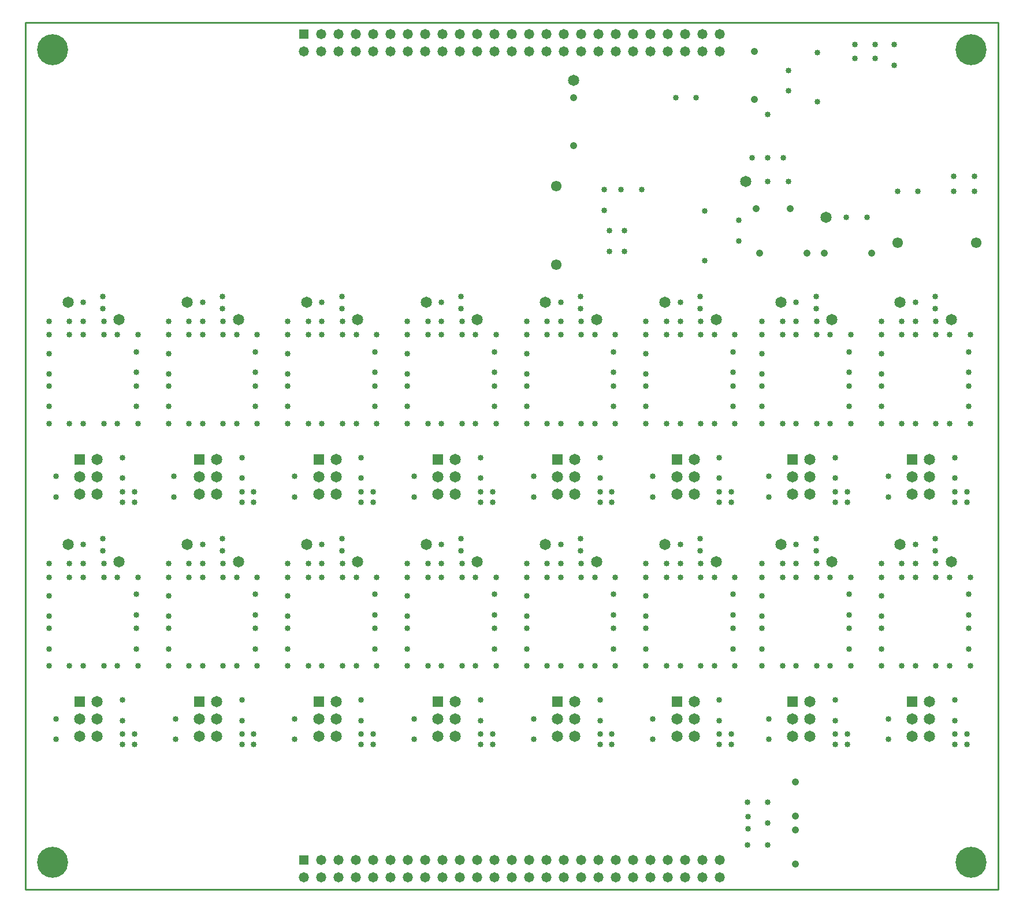
<source format=gbr>
*
*
G04 PADS Layout (Build Number 2005.266.2) generated Gerber (RS-274-X) file*
G04 PC Version=2.1*
*
%IN "module_AtoD2016_1031.pc"*%
*
%MOMM*%
*
%FSLAX35Y35*%
*
*
*
*
G04 PC Standard Apertures*
*
*
G04 Thermal Relief Aperture macro.*
%AMTER*
1,1,$1,0,0*
1,0,$1-$2,0,0*
21,0,$3,$4,0,0,45*
21,0,$3,$4,0,0,135*
%
*
*
G04 Annular Aperture macro.*
%AMANN*
1,1,$1,0,0*
1,0,$2,0,0*
%
*
*
G04 Odd Aperture macro.*
%AMODD*
1,1,$1,0,0*
1,0,$1-0.005,0,0*
%
*
*
G04 PC Custom Aperture Macros*
*
*
*
*
*
*
G04 PC Aperture Table*
*
%ADD058C,0.254*%
%ADD079R,1.65X1.65*%
%ADD083C,1.55*%
%ADD084R,1.4724X1.4724*%
%ADD085C,1.4724*%
%ADD089C,1.65*%
%ADD115C,0.85*%
%ADD116C,1.05*%
%ADD119C,4.55*%
*
*
*
*
G04 PC Custom Flashes*
G04 Layer Name module_AtoD2016_1031.pc - flashes*
%LPD*%
*
*
G04 PC Circuitry*
G04 Layer Name module_AtoD2016_1031.pc - circuitry*
%LPD*%
*
G54D58*
G01X25400000Y12700000D02*
Y25400000D01*
X39660000*
Y12700000*
X25400000*
G54D79*
X31450000Y19000000D03*
X33200000Y15450000D03*
Y19000000D03*
X34950000Y15450000D03*
Y19000000D03*
X36650000Y15450000D03*
Y19000000D03*
X38400000Y15450000D03*
Y19000000D03*
X26200000Y15450000D03*
Y19000000D03*
X27950000Y15450000D03*
Y19000000D03*
X29700000Y15450000D03*
Y19000000D03*
X31450000Y15450000D03*
G54D83*
X38185000Y22175000D03*
X39335000D03*
X33185000Y21850000D03*
Y23000000D03*
X38185000Y22175000D03*
X39335000D03*
X33185000Y21850000D03*
Y23000000D03*
G54D84*
X29482000Y13127000D03*
Y25227000D03*
G54D85*
Y12873000D03*
X29736000Y13127000D03*
Y12873000D03*
X29990000Y13127000D03*
Y12873000D03*
X30244000Y13127000D03*
Y12873000D03*
X30498000Y13127000D03*
Y12873000D03*
X30752000Y13127000D03*
Y12873000D03*
X31006000Y13127000D03*
Y12873000D03*
X31260000Y13127000D03*
Y12873000D03*
X31514000Y13127000D03*
Y12873000D03*
X31768000Y13127000D03*
Y12873000D03*
X32022000Y13127000D03*
Y12873000D03*
X32276000Y13127000D03*
Y12873000D03*
X32530000Y13127000D03*
Y12873000D03*
X32784000Y13127000D03*
Y12873000D03*
X33038000Y13127000D03*
Y12873000D03*
X33292000Y13127000D03*
Y12873000D03*
X33546000Y13127000D03*
Y12873000D03*
X33800000Y13127000D03*
Y12873000D03*
X34054000Y13127000D03*
Y12873000D03*
X34308000Y13127000D03*
Y12873000D03*
X34562000Y13127000D03*
Y12873000D03*
X34816000Y13127000D03*
Y12873000D03*
X35070000Y13127000D03*
Y12873000D03*
X35324000Y13127000D03*
Y12873000D03*
X35578000Y13127000D03*
Y12873000D03*
X29482000Y24973000D03*
X29736000Y25227000D03*
Y24973000D03*
X29990000Y25227000D03*
Y24973000D03*
X30244000Y25227000D03*
Y24973000D03*
X30498000Y25227000D03*
Y24973000D03*
X30752000Y25227000D03*
Y24973000D03*
X31006000Y25227000D03*
Y24973000D03*
X31260000Y25227000D03*
Y24973000D03*
X31514000Y25227000D03*
Y24973000D03*
X31768000Y25227000D03*
Y24973000D03*
X32022000Y25227000D03*
Y24973000D03*
X32276000Y25227000D03*
Y24973000D03*
X32530000Y25227000D03*
Y24973000D03*
X32784000Y25227000D03*
Y24973000D03*
X33038000Y25227000D03*
Y24973000D03*
X33292000Y25227000D03*
Y24973000D03*
X33546000Y25227000D03*
Y24973000D03*
X33800000Y25227000D03*
Y24973000D03*
X34054000Y25227000D03*
Y24973000D03*
X34308000Y25227000D03*
Y24973000D03*
X34562000Y25227000D03*
Y24973000D03*
X34816000Y25227000D03*
Y24973000D03*
X35070000Y25227000D03*
Y24973000D03*
X35324000Y25227000D03*
Y24973000D03*
X35578000Y25227000D03*
Y24973000D03*
G54D89*
X26025000Y17750000D03*
X30275000Y17500000D03*
X29525000Y21300000D03*
X30275000Y21050000D03*
X31275000Y17750000D03*
X32025000Y17500000D03*
X31275000Y21300000D03*
X32025000Y21050000D03*
X33025000Y17750000D03*
X33775000Y17500000D03*
X33025000Y21300000D03*
X26775000Y17500000D03*
X33775000Y21050000D03*
X34775000Y17750000D03*
X35525000Y17500000D03*
X34775000Y21300000D03*
X35525000Y21050000D03*
X36475000Y17750000D03*
X37225000Y17500000D03*
X36475000Y21300000D03*
X37225000Y21050000D03*
X38225000Y17750000D03*
X26025000Y21300000D03*
X38975000Y17500000D03*
X38225000Y21300000D03*
X38975000Y21050000D03*
X37135000Y22550000D03*
X35960000Y23075000D03*
X33435000Y24550000D03*
X26775000Y21050000D03*
X27775000Y17750000D03*
X28525000Y17500000D03*
X27775000Y21300000D03*
X28525000Y21050000D03*
X29525000Y17750000D03*
X31704000Y19000000D03*
X31450000Y18746000D03*
X31704000D03*
X31450000Y18492000D03*
X31704000D03*
X33454000Y15450000D03*
X33200000Y15196000D03*
X33454000D03*
X33200000Y14942000D03*
X33454000D03*
Y19000000D03*
X33200000Y18746000D03*
X33454000D03*
X33200000Y18492000D03*
X33454000D03*
X35204000Y15450000D03*
X34950000Y15196000D03*
X35204000D03*
X34950000Y14942000D03*
X35204000D03*
Y19000000D03*
X34950000Y18746000D03*
X35204000D03*
X34950000Y18492000D03*
X35204000D03*
X36904000Y15450000D03*
X36650000Y15196000D03*
X36904000D03*
X36650000Y14942000D03*
X36904000D03*
Y19000000D03*
X36650000Y18746000D03*
X36904000D03*
X36650000Y18492000D03*
X36904000D03*
X38654000Y15450000D03*
X38400000Y15196000D03*
X38654000D03*
X38400000Y14942000D03*
X38654000D03*
Y19000000D03*
X38400000Y18746000D03*
X38654000D03*
X38400000Y18492000D03*
X38654000D03*
X26454000Y15450000D03*
X26200000Y15196000D03*
X26454000D03*
X26200000Y14942000D03*
X26454000D03*
Y19000000D03*
X26200000Y18746000D03*
X26454000D03*
X26200000Y18492000D03*
X26454000D03*
X28204000Y15450000D03*
X27950000Y15196000D03*
X28204000D03*
X27950000Y14942000D03*
X28204000D03*
Y19000000D03*
X27950000Y18746000D03*
X28204000D03*
X27950000Y18492000D03*
X28204000D03*
X29954000Y15450000D03*
X29700000Y15196000D03*
X29954000D03*
X29700000Y14942000D03*
X29954000D03*
Y19000000D03*
X29700000Y18746000D03*
X29954000D03*
X29700000Y18492000D03*
X29954000D03*
X31704000Y15450000D03*
X31450000Y15196000D03*
X31704000D03*
X31450000Y14942000D03*
X31704000D03*
G54D115*
X35985000Y13975000D03*
X36285000D03*
X25750000Y19525000D03*
X26050000D03*
X26550000Y20825000D03*
X26250000D03*
Y21025000D03*
X26550000D03*
X27500000Y17000000D03*
Y16700000D03*
Y15975000D03*
X27800000D03*
X28000000Y17475000D03*
X28300000D03*
Y15975000D03*
X28000000D03*
X28300000Y17275000D03*
X28000000D03*
X27500000Y20550000D03*
Y20250000D03*
X28300000Y19525000D03*
X28000000D03*
X35985000Y13350000D03*
X36285000D03*
X28300000Y20825000D03*
X28000000D03*
X27500000Y19525000D03*
X27800000D03*
X28000000Y21025000D03*
X28300000D03*
X29250000Y17000000D03*
Y16700000D03*
X30050000Y15975000D03*
X29750000D03*
X30050000Y17275000D03*
X29750000D03*
X29250000Y15975000D03*
X29550000D03*
X29750000Y17475000D03*
X30050000D03*
X29250000Y20550000D03*
Y20250000D03*
X30050000Y19525000D03*
X29750000D03*
X25750000Y17000000D03*
Y16700000D03*
X30050000Y20825000D03*
X29750000D03*
X29250000Y19525000D03*
X29550000D03*
X29750000Y21025000D03*
X30050000D03*
X31000000Y17000000D03*
Y16700000D03*
X31800000Y15975000D03*
X31500000D03*
X31800000Y17275000D03*
X31500000D03*
X31000000Y15975000D03*
X31300000D03*
X31500000Y17475000D03*
X31800000D03*
X31000000Y20550000D03*
Y20250000D03*
X31800000Y19525000D03*
X31500000D03*
X26550000Y17275000D03*
X26250000D03*
X31800000Y20825000D03*
X31500000D03*
X31000000Y19525000D03*
X31300000D03*
X31500000Y21025000D03*
X31800000D03*
X32750000Y17000000D03*
Y16700000D03*
X33550000Y15975000D03*
X33250000D03*
X33550000Y17275000D03*
X33250000D03*
X32750000Y15975000D03*
X33050000D03*
X33250000Y17475000D03*
X33550000D03*
X32750000Y20550000D03*
Y20250000D03*
X33550000Y20825000D03*
X33250000D03*
X26550000Y15975000D03*
X26250000D03*
X33550000Y19525000D03*
X33250000D03*
X32750000D03*
X33050000D03*
X33250000Y21025000D03*
X33550000D03*
X34500000Y17000000D03*
Y16700000D03*
X35300000Y15975000D03*
X35000000D03*
X35300000Y17275000D03*
X35000000D03*
X34500000Y15975000D03*
X34800000D03*
X35000000Y17475000D03*
X35300000D03*
X34500000Y20550000D03*
Y20250000D03*
X35300000Y19525000D03*
X35000000D03*
X25750000Y15975000D03*
X26050000D03*
X35300000Y20825000D03*
X35000000D03*
X34500000Y19525000D03*
X34800000D03*
X35000000Y21025000D03*
X35300000D03*
X36200000Y17000000D03*
Y16700000D03*
X37000000Y15975000D03*
X36700000D03*
X37000000Y17275000D03*
X36700000D03*
X36200000Y15975000D03*
X36500000D03*
X36700000Y17475000D03*
X37000000D03*
X36200000Y20550000D03*
Y20250000D03*
X37000000Y19525000D03*
X36700000D03*
X26250000Y17475000D03*
X26550000D03*
X37000000Y20825000D03*
X36700000D03*
X36200000Y19525000D03*
X36500000D03*
X36700000Y21025000D03*
X37000000D03*
X37950000Y17000000D03*
Y16700000D03*
X38750000Y15975000D03*
X38450000D03*
X38750000Y17275000D03*
X38450000D03*
X37950000Y15975000D03*
X38250000D03*
X38450000Y17475000D03*
X38750000D03*
X37950000Y20550000D03*
Y20250000D03*
X38750000Y19525000D03*
X38450000D03*
X25750000Y20550000D03*
Y20250000D03*
X38750000Y20825000D03*
X38450000D03*
X37950000Y19525000D03*
X38250000D03*
X38450000Y21025000D03*
X38750000D03*
X39010000Y23150000D03*
X39310000D03*
X36285000Y23075000D03*
X36585000D03*
X38185000Y22925000D03*
X38485000D03*
X37435000Y22550000D03*
X37735000D03*
X36585000Y24700000D03*
Y24400000D03*
X38135000Y24775000D03*
Y25075000D03*
X33885000Y22650000D03*
Y22950000D03*
X26550000Y19525000D03*
X26250000D03*
X35235000Y24300000D03*
X34935000D03*
X35860000Y22200000D03*
Y22500000D03*
X34435000Y22950000D03*
X34135000D03*
X26825000Y14975000D03*
Y14825000D03*
X28575000Y18525000D03*
Y18375000D03*
X28750000Y18525000D03*
Y18375000D03*
X28289700Y21211100D03*
Y21388900D03*
X28000000Y21300000D03*
X30325000Y14975000D03*
Y14825000D03*
X30500000Y14975000D03*
Y14825000D03*
X30039700Y17661100D03*
Y17838900D03*
X29750000Y17750000D03*
X30325000Y18525000D03*
Y18375000D03*
X30039700Y21211100D03*
Y21388900D03*
X29750000Y21300000D03*
X30500000Y18525000D03*
Y18375000D03*
X32075000Y14975000D03*
Y14825000D03*
X27000000Y14975000D03*
Y14825000D03*
X31789700Y17661100D03*
Y17838900D03*
X31500000Y17750000D03*
X32250000Y14975000D03*
Y14825000D03*
X32075000Y18525000D03*
Y18375000D03*
X31789700Y21211100D03*
Y21388900D03*
X31500000Y21300000D03*
X32250000Y18525000D03*
Y18375000D03*
X33825000Y14975000D03*
Y14825000D03*
X33539700Y17661100D03*
Y17838900D03*
X33250000Y17750000D03*
X34000000Y14975000D03*
Y14825000D03*
X33825000Y18525000D03*
Y18375000D03*
X33539700Y21211100D03*
Y21388900D03*
X33250000Y21300000D03*
X26539700Y17661100D03*
Y17838900D03*
X26250000Y17750000D03*
X34000000Y18525000D03*
Y18375000D03*
X35575000Y14975000D03*
Y14825000D03*
X35289700Y17661100D03*
Y17838900D03*
X35000000Y17750000D03*
X35750000Y14975000D03*
Y14825000D03*
X35575000Y18525000D03*
Y18375000D03*
X35289700Y21211100D03*
Y21388900D03*
X35000000Y21300000D03*
X35750000Y18525000D03*
Y18375000D03*
X37275000Y14975000D03*
Y14825000D03*
X36989700Y17661100D03*
Y17838900D03*
X36700000Y17750000D03*
X37450000Y14975000D03*
Y14825000D03*
X26825000Y18525000D03*
Y18375000D03*
X37275000Y18525000D03*
Y18375000D03*
X36989700Y21211100D03*
Y21388900D03*
X36700000Y21300000D03*
X37450000Y18525000D03*
Y18375000D03*
X39025000Y14975000D03*
Y14825000D03*
X38739700Y17661100D03*
Y17838900D03*
X38450000Y17750000D03*
X39200000Y14975000D03*
Y14825000D03*
X39025000Y18525000D03*
Y18375000D03*
X38739700Y21211100D03*
Y21388900D03*
X38450000Y21300000D03*
X39200000Y18525000D03*
Y18375000D03*
X27000000Y18525000D03*
Y18375000D03*
X26539700Y21211100D03*
Y21388900D03*
X26250000Y21300000D03*
X28575000Y14975000D03*
Y14825000D03*
X28750000Y14975000D03*
Y14825000D03*
X28289700Y17661100D03*
Y17838900D03*
X28000000Y17750000D03*
X27025000Y16225000D03*
Y16525000D03*
Y19775000D03*
Y20075000D03*
X35775000Y19775000D03*
Y20075000D03*
Y20575000D03*
Y20275000D03*
X35575000Y18725000D03*
Y19025000D03*
X34800000Y21025000D03*
X34500000D03*
Y20075000D03*
Y19775000D03*
X34600000Y18750000D03*
Y18450000D03*
X34500000Y20825000D03*
X34800000D03*
X35500000Y19525000D03*
X35800000D03*
Y20825000D03*
X35500000D03*
X37475000Y16225000D03*
Y16525000D03*
X27025000Y20575000D03*
Y20275000D03*
X37475000Y17025000D03*
Y16725000D03*
X37275000Y15175000D03*
Y15475000D03*
X36500000Y17475000D03*
X36200000D03*
Y16525000D03*
Y16225000D03*
X36300000Y15200000D03*
Y14900000D03*
X36200000Y17275000D03*
X36500000D03*
X37200000Y15975000D03*
X37500000D03*
Y17275000D03*
X37200000D03*
X37475000Y19775000D03*
Y20075000D03*
Y20575000D03*
Y20275000D03*
X26825000Y18725000D03*
Y19025000D03*
X37275000Y18725000D03*
Y19025000D03*
X36500000Y21025000D03*
X36200000D03*
Y20075000D03*
Y19775000D03*
X36300000Y18750000D03*
Y18450000D03*
X36200000Y20825000D03*
X36500000D03*
X37200000Y19525000D03*
X37500000D03*
Y20825000D03*
X37200000D03*
X39225000Y16225000D03*
Y16525000D03*
Y17025000D03*
Y16725000D03*
X39025000Y15175000D03*
Y15475000D03*
X26050000Y21025000D03*
X25750000D03*
X38250000Y17475000D03*
X37950000D03*
Y16525000D03*
Y16225000D03*
X38050000Y15200000D03*
Y14900000D03*
X37950000Y17275000D03*
X38250000D03*
X38950000Y15975000D03*
X39250000D03*
Y17275000D03*
X38950000D03*
X39225000Y19775000D03*
Y20075000D03*
Y20575000D03*
Y20275000D03*
X39025000Y18725000D03*
Y19025000D03*
X38250000Y21025000D03*
X37950000D03*
X25750000Y20075000D03*
Y19775000D03*
X37950000Y20075000D03*
Y19775000D03*
Y20825000D03*
X38250000D03*
X38050000Y18750000D03*
Y18450000D03*
X38950000Y19525000D03*
X39250000D03*
Y20825000D03*
X38950000D03*
X37010000Y24237500D03*
Y24962500D03*
X39310000Y22925000D03*
X39010000D03*
X37560000Y24875000D03*
X37860000D03*
X37560000Y25075000D03*
X37860000D03*
X35360000Y22637500D03*
Y21912500D03*
X25750000Y20825000D03*
X26050000D03*
X34185000Y22050000D03*
Y22350000D03*
X33960000Y22050000D03*
Y22350000D03*
X25850000Y18750000D03*
Y18450000D03*
X26750000Y19525000D03*
X27050000D03*
Y20825000D03*
X26750000D03*
X28775000Y16225000D03*
Y16525000D03*
X27025000Y17025000D03*
Y16725000D03*
X28775000Y17025000D03*
Y16725000D03*
X28575000Y15175000D03*
Y15475000D03*
X27800000Y17475000D03*
X27500000D03*
Y16525000D03*
Y16225000D03*
X27600000Y15200000D03*
Y14900000D03*
X27500000Y17275000D03*
X27800000D03*
X28500000Y15975000D03*
X28800000D03*
Y17275000D03*
X28500000D03*
X28775000Y19775000D03*
Y20075000D03*
Y20575000D03*
Y20275000D03*
X26825000Y15175000D03*
Y15475000D03*
X28575000Y18725000D03*
Y19025000D03*
X27800000Y21025000D03*
X27500000D03*
Y20075000D03*
Y19775000D03*
X27575000Y18750000D03*
Y18450000D03*
X27500000Y20825000D03*
X27800000D03*
X28500000Y19525000D03*
X28800000D03*
Y20825000D03*
X28500000D03*
X30525000Y16225000D03*
Y16525000D03*
Y17025000D03*
Y16725000D03*
X30325000Y15175000D03*
Y15475000D03*
X25850000Y15200000D03*
Y14900000D03*
X29550000Y17475000D03*
X29250000D03*
Y16525000D03*
Y16225000D03*
X29350000Y15200000D03*
Y14900000D03*
X29250000Y17275000D03*
X29550000D03*
X30250000Y15975000D03*
X30550000D03*
Y17275000D03*
X30250000D03*
X30525000Y19775000D03*
Y20075000D03*
Y20575000D03*
Y20275000D03*
X30325000Y18725000D03*
Y19025000D03*
X29550000Y21025000D03*
X29250000D03*
X26050000Y17475000D03*
X25750000D03*
X29250000Y20075000D03*
Y19775000D03*
X29350000Y18750000D03*
Y18450000D03*
X29250000Y20825000D03*
X29550000D03*
X30250000Y19525000D03*
X30550000D03*
Y20825000D03*
X30250000D03*
X32275000Y16225000D03*
Y16525000D03*
Y17025000D03*
Y16725000D03*
X32075000Y15175000D03*
Y15475000D03*
X31000000Y16525000D03*
Y16225000D03*
X31100000Y15200000D03*
Y14900000D03*
X25750000Y16525000D03*
Y16225000D03*
X31000000Y17275000D03*
X31300000D03*
Y17475000D03*
X31000000D03*
X32000000Y15975000D03*
X32300000D03*
Y17275000D03*
X32000000D03*
X32275000Y19775000D03*
Y20075000D03*
Y20575000D03*
Y20275000D03*
X32075000Y18725000D03*
Y19025000D03*
X31300000Y21025000D03*
X31000000D03*
Y20075000D03*
Y19775000D03*
X31100000Y18750000D03*
Y18450000D03*
X25750000Y17275000D03*
X26050000D03*
X31000000Y20825000D03*
X31300000D03*
X32000000Y19525000D03*
X32300000D03*
Y20825000D03*
X32000000D03*
X34025000Y16225000D03*
Y16525000D03*
Y17025000D03*
Y16725000D03*
X33825000Y15175000D03*
Y15475000D03*
X33050000Y17475000D03*
X32750000D03*
Y16525000D03*
Y16225000D03*
X32850000Y15200000D03*
Y14900000D03*
X32750000Y17275000D03*
X33050000D03*
X26750000Y15975000D03*
X27050000D03*
X33750000D03*
X34050000D03*
Y17275000D03*
X33750000D03*
X34025000Y19775000D03*
Y20075000D03*
Y20575000D03*
Y20275000D03*
X33825000Y18725000D03*
Y19025000D03*
X32750000Y20075000D03*
Y19775000D03*
X32850000Y18750000D03*
Y18450000D03*
X33050000Y21025000D03*
X32750000D03*
Y20825000D03*
X33050000D03*
X33750000Y19525000D03*
X34050000D03*
X27050000Y17275000D03*
X26750000D03*
X34050000Y20825000D03*
X33750000D03*
X35775000Y16225000D03*
Y16525000D03*
Y17025000D03*
Y16725000D03*
X35575000Y15175000D03*
Y15475000D03*
X34800000Y17475000D03*
X34500000D03*
Y16525000D03*
Y16225000D03*
X34600000Y15200000D03*
Y14900000D03*
X34500000Y17275000D03*
X34800000D03*
X35500000Y15975000D03*
X35800000D03*
Y17275000D03*
X35500000D03*
X35995300Y13763900D03*
Y13586100D03*
X36285000Y13675000D03*
X36056400Y23421000D03*
X36285000D03*
X36513600D03*
X36285000Y24049650D03*
X35985000Y13975000D03*
X36285000D03*
X25750000Y19525000D03*
X26050000D03*
X26550000Y20825000D03*
X26250000D03*
Y21025000D03*
X26550000D03*
X27500000Y17000000D03*
Y16700000D03*
Y15975000D03*
X27800000D03*
X28000000Y17475000D03*
X28300000D03*
Y15975000D03*
X28000000D03*
X28300000Y17275000D03*
X28000000D03*
X27500000Y20550000D03*
Y20250000D03*
X28300000Y19525000D03*
X28000000D03*
X35985000Y13350000D03*
X36285000D03*
X28300000Y20825000D03*
X28000000D03*
X27500000Y19525000D03*
X27800000D03*
X28000000Y21025000D03*
X28300000D03*
X29250000Y17000000D03*
Y16700000D03*
X30050000Y15975000D03*
X29750000D03*
X30050000Y17275000D03*
X29750000D03*
X29250000Y15975000D03*
X29550000D03*
X29750000Y17475000D03*
X30050000D03*
X29250000Y20550000D03*
Y20250000D03*
X30050000Y19525000D03*
X29750000D03*
X25750000Y17000000D03*
Y16700000D03*
X30050000Y20825000D03*
X29750000D03*
X29250000Y19525000D03*
X29550000D03*
X29750000Y21025000D03*
X30050000D03*
X31000000Y17000000D03*
Y16700000D03*
X31800000Y15975000D03*
X31500000D03*
X31800000Y17275000D03*
X31500000D03*
X31000000Y15975000D03*
X31300000D03*
X31500000Y17475000D03*
X31800000D03*
X31000000Y20550000D03*
Y20250000D03*
X31800000Y19525000D03*
X31500000D03*
X26550000Y17275000D03*
X26250000D03*
X31800000Y20825000D03*
X31500000D03*
X31000000Y19525000D03*
X31300000D03*
X31500000Y21025000D03*
X31800000D03*
X32750000Y17000000D03*
Y16700000D03*
X33550000Y15975000D03*
X33250000D03*
X33550000Y17275000D03*
X33250000D03*
X32750000Y15975000D03*
X33050000D03*
X33250000Y17475000D03*
X33550000D03*
X32750000Y20550000D03*
Y20250000D03*
X33550000Y20825000D03*
X33250000D03*
X26550000Y15975000D03*
X26250000D03*
X33550000Y19525000D03*
X33250000D03*
X32750000D03*
X33050000D03*
X33250000Y21025000D03*
X33550000D03*
X34500000Y17000000D03*
Y16700000D03*
X35300000Y15975000D03*
X35000000D03*
X35300000Y17275000D03*
X35000000D03*
X34500000Y15975000D03*
X34800000D03*
X35000000Y17475000D03*
X35300000D03*
X34500000Y20550000D03*
Y20250000D03*
X35300000Y19525000D03*
X35000000D03*
X25750000Y15975000D03*
X26050000D03*
X35300000Y20825000D03*
X35000000D03*
X34500000Y19525000D03*
X34800000D03*
X35000000Y21025000D03*
X35300000D03*
X36200000Y17000000D03*
Y16700000D03*
X37000000Y15975000D03*
X36700000D03*
X37000000Y17275000D03*
X36700000D03*
X36200000Y15975000D03*
X36500000D03*
X36700000Y17475000D03*
X37000000D03*
X36200000Y20550000D03*
Y20250000D03*
X37000000Y19525000D03*
X36700000D03*
X26250000Y17475000D03*
X26550000D03*
X37000000Y20825000D03*
X36700000D03*
X36200000Y19525000D03*
X36500000D03*
X36700000Y21025000D03*
X37000000D03*
X37950000Y17000000D03*
Y16700000D03*
X38750000Y15975000D03*
X38450000D03*
X38750000Y17275000D03*
X38450000D03*
X37950000Y15975000D03*
X38250000D03*
X38450000Y17475000D03*
X38750000D03*
X37950000Y20550000D03*
Y20250000D03*
X38750000Y19525000D03*
X38450000D03*
X25750000Y20550000D03*
Y20250000D03*
X38750000Y20825000D03*
X38450000D03*
X37950000Y19525000D03*
X38250000D03*
X38450000Y21025000D03*
X38750000D03*
X39010000Y23150000D03*
X39310000D03*
X36285000Y23075000D03*
X36585000D03*
X38185000Y22925000D03*
X38485000D03*
X37435000Y22550000D03*
X37735000D03*
X36585000Y24700000D03*
Y24400000D03*
X38135000Y24775000D03*
Y25075000D03*
X33885000Y22650000D03*
Y22950000D03*
X26550000Y19525000D03*
X26250000D03*
X35235000Y24300000D03*
X34935000D03*
X35860000Y22200000D03*
Y22500000D03*
X34435000Y22950000D03*
X34135000D03*
X26825000Y14975000D03*
Y14825000D03*
X28575000Y18525000D03*
Y18375000D03*
X28750000Y18525000D03*
Y18375000D03*
X28289700Y21211100D03*
Y21388900D03*
X28000000Y21300000D03*
X30325000Y14975000D03*
Y14825000D03*
X30500000Y14975000D03*
Y14825000D03*
X30039700Y17661100D03*
Y17838900D03*
X29750000Y17750000D03*
X30325000Y18525000D03*
Y18375000D03*
X30039700Y21211100D03*
Y21388900D03*
X29750000Y21300000D03*
X30500000Y18525000D03*
Y18375000D03*
X32075000Y14975000D03*
Y14825000D03*
X27000000Y14975000D03*
Y14825000D03*
X31789700Y17661100D03*
Y17838900D03*
X31500000Y17750000D03*
X32250000Y14975000D03*
Y14825000D03*
X32075000Y18525000D03*
Y18375000D03*
X31789700Y21211100D03*
Y21388900D03*
X31500000Y21300000D03*
X32250000Y18525000D03*
Y18375000D03*
X33825000Y14975000D03*
Y14825000D03*
X33539700Y17661100D03*
Y17838900D03*
X33250000Y17750000D03*
X34000000Y14975000D03*
Y14825000D03*
X33825000Y18525000D03*
Y18375000D03*
X33539700Y21211100D03*
Y21388900D03*
X33250000Y21300000D03*
X26539700Y17661100D03*
Y17838900D03*
X26250000Y17750000D03*
X34000000Y18525000D03*
Y18375000D03*
X35575000Y14975000D03*
Y14825000D03*
X35289700Y17661100D03*
Y17838900D03*
X35000000Y17750000D03*
X35750000Y14975000D03*
Y14825000D03*
X35575000Y18525000D03*
Y18375000D03*
X35289700Y21211100D03*
Y21388900D03*
X35000000Y21300000D03*
X35750000Y18525000D03*
Y18375000D03*
X37275000Y14975000D03*
Y14825000D03*
X36989700Y17661100D03*
Y17838900D03*
X36700000Y17750000D03*
X37450000Y14975000D03*
Y14825000D03*
X26825000Y18525000D03*
Y18375000D03*
X37275000Y18525000D03*
Y18375000D03*
X36989700Y21211100D03*
Y21388900D03*
X36700000Y21300000D03*
X37450000Y18525000D03*
Y18375000D03*
X39025000Y14975000D03*
Y14825000D03*
X38739700Y17661100D03*
Y17838900D03*
X38450000Y17750000D03*
X39200000Y14975000D03*
Y14825000D03*
X39025000Y18525000D03*
Y18375000D03*
X38739700Y21211100D03*
Y21388900D03*
X38450000Y21300000D03*
X39200000Y18525000D03*
Y18375000D03*
X27000000Y18525000D03*
Y18375000D03*
X26539700Y21211100D03*
Y21388900D03*
X26250000Y21300000D03*
X28575000Y14975000D03*
Y14825000D03*
X28750000Y14975000D03*
Y14825000D03*
X28289700Y17661100D03*
Y17838900D03*
X28000000Y17750000D03*
X27025000Y16225000D03*
Y16525000D03*
Y19775000D03*
Y20075000D03*
X35775000Y19775000D03*
Y20075000D03*
Y20575000D03*
Y20275000D03*
X35575000Y18725000D03*
Y19025000D03*
X34800000Y21025000D03*
X34500000D03*
Y20075000D03*
Y19775000D03*
X34600000Y18750000D03*
Y18450000D03*
X34500000Y20825000D03*
X34800000D03*
X35500000Y19525000D03*
X35800000D03*
Y20825000D03*
X35500000D03*
X37475000Y16225000D03*
Y16525000D03*
X27025000Y20575000D03*
Y20275000D03*
X37475000Y17025000D03*
Y16725000D03*
X37275000Y15175000D03*
Y15475000D03*
X36500000Y17475000D03*
X36200000D03*
Y16525000D03*
Y16225000D03*
X36300000Y15200000D03*
Y14900000D03*
X36200000Y17275000D03*
X36500000D03*
X37200000Y15975000D03*
X37500000D03*
Y17275000D03*
X37200000D03*
X37475000Y19775000D03*
Y20075000D03*
Y20575000D03*
Y20275000D03*
X26825000Y18725000D03*
Y19025000D03*
X37275000Y18725000D03*
Y19025000D03*
X36500000Y21025000D03*
X36200000D03*
Y20075000D03*
Y19775000D03*
X36300000Y18750000D03*
Y18450000D03*
X36200000Y20825000D03*
X36500000D03*
X37200000Y19525000D03*
X37500000D03*
Y20825000D03*
X37200000D03*
X39225000Y16225000D03*
Y16525000D03*
Y17025000D03*
Y16725000D03*
X39025000Y15175000D03*
Y15475000D03*
X26050000Y21025000D03*
X25750000D03*
X38250000Y17475000D03*
X37950000D03*
Y16525000D03*
Y16225000D03*
X38050000Y15200000D03*
Y14900000D03*
X37950000Y17275000D03*
X38250000D03*
X38950000Y15975000D03*
X39250000D03*
Y17275000D03*
X38950000D03*
X39225000Y19775000D03*
Y20075000D03*
Y20575000D03*
Y20275000D03*
X39025000Y18725000D03*
Y19025000D03*
X38250000Y21025000D03*
X37950000D03*
X25750000Y20075000D03*
Y19775000D03*
X37950000Y20075000D03*
Y19775000D03*
Y20825000D03*
X38250000D03*
X38050000Y18750000D03*
Y18450000D03*
X38950000Y19525000D03*
X39250000D03*
Y20825000D03*
X38950000D03*
X37010000Y24237500D03*
Y24962500D03*
X39310000Y22925000D03*
X39010000D03*
X37560000Y24875000D03*
X37860000D03*
X37560000Y25075000D03*
X37860000D03*
X35360000Y22637500D03*
Y21912500D03*
X25750000Y20825000D03*
X26050000D03*
X34185000Y22050000D03*
Y22350000D03*
X33960000Y22050000D03*
Y22350000D03*
X25850000Y18750000D03*
Y18450000D03*
X26750000Y19525000D03*
X27050000D03*
Y20825000D03*
X26750000D03*
X28775000Y16225000D03*
Y16525000D03*
X27025000Y17025000D03*
Y16725000D03*
X28775000Y17025000D03*
Y16725000D03*
X28575000Y15175000D03*
Y15475000D03*
X27800000Y17475000D03*
X27500000D03*
Y16525000D03*
Y16225000D03*
X27600000Y15200000D03*
Y14900000D03*
X27500000Y17275000D03*
X27800000D03*
X28500000Y15975000D03*
X28800000D03*
Y17275000D03*
X28500000D03*
X28775000Y19775000D03*
Y20075000D03*
Y20575000D03*
Y20275000D03*
X26825000Y15175000D03*
Y15475000D03*
X28575000Y18725000D03*
Y19025000D03*
X27800000Y21025000D03*
X27500000D03*
Y20075000D03*
Y19775000D03*
X27575000Y18750000D03*
Y18450000D03*
X27500000Y20825000D03*
X27800000D03*
X28500000Y19525000D03*
X28800000D03*
Y20825000D03*
X28500000D03*
X30525000Y16225000D03*
Y16525000D03*
Y17025000D03*
Y16725000D03*
X30325000Y15175000D03*
Y15475000D03*
X25850000Y15200000D03*
Y14900000D03*
X29550000Y17475000D03*
X29250000D03*
Y16525000D03*
Y16225000D03*
X29350000Y15200000D03*
Y14900000D03*
X29250000Y17275000D03*
X29550000D03*
X30250000Y15975000D03*
X30550000D03*
Y17275000D03*
X30250000D03*
X30525000Y19775000D03*
Y20075000D03*
Y20575000D03*
Y20275000D03*
X30325000Y18725000D03*
Y19025000D03*
X29550000Y21025000D03*
X29250000D03*
X26050000Y17475000D03*
X25750000D03*
X29250000Y20075000D03*
Y19775000D03*
X29350000Y18750000D03*
Y18450000D03*
X29250000Y20825000D03*
X29550000D03*
X30250000Y19525000D03*
X30550000D03*
Y20825000D03*
X30250000D03*
X32275000Y16225000D03*
Y16525000D03*
Y17025000D03*
Y16725000D03*
X32075000Y15175000D03*
Y15475000D03*
X31000000Y16525000D03*
Y16225000D03*
X31100000Y15200000D03*
Y14900000D03*
X25750000Y16525000D03*
Y16225000D03*
X31000000Y17275000D03*
X31300000D03*
Y17475000D03*
X31000000D03*
X32000000Y15975000D03*
X32300000D03*
Y17275000D03*
X32000000D03*
X32275000Y19775000D03*
Y20075000D03*
Y20575000D03*
Y20275000D03*
X32075000Y18725000D03*
Y19025000D03*
X31300000Y21025000D03*
X31000000D03*
Y20075000D03*
Y19775000D03*
X31100000Y18750000D03*
Y18450000D03*
X25750000Y17275000D03*
X26050000D03*
X31000000Y20825000D03*
X31300000D03*
X32000000Y19525000D03*
X32300000D03*
Y20825000D03*
X32000000D03*
X34025000Y16225000D03*
Y16525000D03*
Y17025000D03*
Y16725000D03*
X33825000Y15175000D03*
Y15475000D03*
X33050000Y17475000D03*
X32750000D03*
Y16525000D03*
Y16225000D03*
X32850000Y15200000D03*
Y14900000D03*
X32750000Y17275000D03*
X33050000D03*
X26750000Y15975000D03*
X27050000D03*
X33750000D03*
X34050000D03*
Y17275000D03*
X33750000D03*
X34025000Y19775000D03*
Y20075000D03*
Y20575000D03*
Y20275000D03*
X33825000Y18725000D03*
Y19025000D03*
X32750000Y20075000D03*
Y19775000D03*
X32850000Y18750000D03*
Y18450000D03*
X33050000Y21025000D03*
X32750000D03*
Y20825000D03*
X33050000D03*
X33750000Y19525000D03*
X34050000D03*
X27050000Y17275000D03*
X26750000D03*
X34050000Y20825000D03*
X33750000D03*
X35775000Y16225000D03*
Y16525000D03*
Y17025000D03*
Y16725000D03*
X35575000Y15175000D03*
Y15475000D03*
X34800000Y17475000D03*
X34500000D03*
Y16525000D03*
Y16225000D03*
X34600000Y15200000D03*
Y14900000D03*
X34500000Y17275000D03*
X34800000D03*
X35500000Y15975000D03*
X35800000D03*
Y17275000D03*
X35500000D03*
X35995300Y13763900D03*
Y13586100D03*
X36285000Y13675000D03*
X36056400Y23421000D03*
X36285000D03*
X36513600D03*
X36285000Y24049650D03*
G54D116*
X36685000Y13775000D03*
Y14275000D03*
Y13575000D03*
Y13075000D03*
X36110000Y22675000D03*
X36610000D03*
X37110000Y22025000D03*
X37810000D03*
X36085000Y24975000D03*
Y24275000D03*
X33435000Y23600000D03*
Y24300000D03*
X36160000Y22025000D03*
X36860000D03*
X36685000Y13775000D03*
Y14275000D03*
Y13575000D03*
Y13075000D03*
X36110000Y22675000D03*
X36610000D03*
X37110000Y22025000D03*
X37810000D03*
X36085000Y24975000D03*
Y24275000D03*
X33435000Y23600000D03*
Y24300000D03*
X36160000Y22025000D03*
X36860000D03*
G54D119*
X39260000Y25000000D03*
X25800000Y13100000D03*
X39260000D03*
X25800000Y25000000D03*
X0Y0D02*
M02*

</source>
